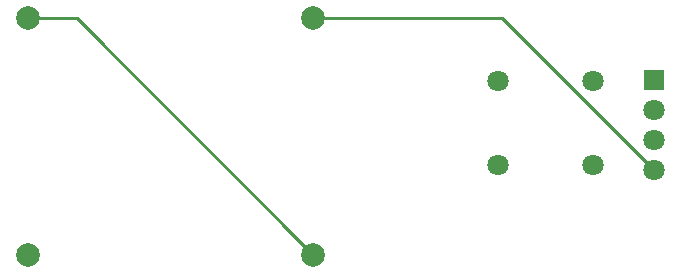
<source format=gtl>
G04 Layer: TopLayer*
G04 EasyEDA v6.5.15, 2022-08-29 22:19:11*
G04 592b5116d7da4a6aabc300925346990f,ec20ccd4d5364735b5a2b8d176f8c56e,10*
G04 Gerber Generator version 0.2*
G04 Scale: 100 percent, Rotated: No, Reflected: No *
G04 Dimensions in millimeters *
G04 leading zeros omitted , absolute positions ,4 integer and 5 decimal *
%FSLAX45Y45*%
%MOMM*%

%ADD10C,0.2540*%
%ADD11C,2.0000*%
%ADD12R,1.8000X1.8000*%
%ADD13C,1.8000*%

%LPD*%
D10*
X7239002Y11569702D02*
G01*
X5959604Y12849100D01*
X4356102Y12849100D01*
X4356102Y10849104D02*
G01*
X2356106Y12849100D01*
X1943102Y12849100D01*
D11*
G01*
X1943100Y10849102D03*
G01*
X1943100Y12849097D03*
G01*
X4356100Y10849102D03*
G01*
X4356100Y12849097D03*
D12*
G01*
X7239000Y12331700D03*
D13*
G01*
X7239000Y12077700D03*
G01*
X7239000Y11823700D03*
G01*
X7239000Y11569700D03*
G01*
X5924600Y12319000D03*
G01*
X6724599Y12319000D03*
G01*
X5924600Y11607800D03*
G01*
X6724599Y11607800D03*
M02*

</source>
